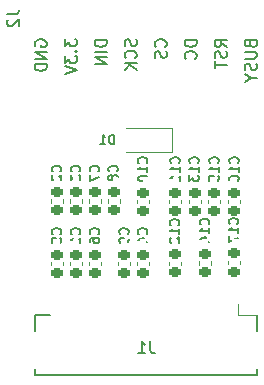
<source format=gbr>
%TF.GenerationSoftware,KiCad,Pcbnew,(6.0.6)*%
%TF.CreationDate,2022-07-10T16:05:05+02:00*%
%TF.ProjectId,epd,6570642e-6b69-4636-9164-5f7063625858,rev?*%
%TF.SameCoordinates,Original*%
%TF.FileFunction,Legend,Bot*%
%TF.FilePolarity,Positive*%
%FSLAX46Y46*%
G04 Gerber Fmt 4.6, Leading zero omitted, Abs format (unit mm)*
G04 Created by KiCad (PCBNEW (6.0.6)) date 2022-07-10 16:05:05*
%MOMM*%
%LPD*%
G01*
G04 APERTURE LIST*
G04 Aperture macros list*
%AMRoundRect*
0 Rectangle with rounded corners*
0 $1 Rounding radius*
0 $2 $3 $4 $5 $6 $7 $8 $9 X,Y pos of 4 corners*
0 Add a 4 corners polygon primitive as box body*
4,1,4,$2,$3,$4,$5,$6,$7,$8,$9,$2,$3,0*
0 Add four circle primitives for the rounded corners*
1,1,$1+$1,$2,$3*
1,1,$1+$1,$4,$5*
1,1,$1+$1,$6,$7*
1,1,$1+$1,$8,$9*
0 Add four rect primitives between the rounded corners*
20,1,$1+$1,$2,$3,$4,$5,0*
20,1,$1+$1,$4,$5,$6,$7,0*
20,1,$1+$1,$6,$7,$8,$9,0*
20,1,$1+$1,$8,$9,$2,$3,0*%
G04 Aperture macros list end*
%ADD10C,0.150000*%
%ADD11C,0.120000*%
%ADD12C,0.127000*%
%ADD13RoundRect,0.225000X-0.250000X0.225000X-0.250000X-0.225000X0.250000X-0.225000X0.250000X0.225000X0*%
%ADD14R,0.900000X1.200000*%
%ADD15RoundRect,0.225000X0.250000X-0.225000X0.250000X0.225000X-0.250000X0.225000X-0.250000X-0.225000X0*%
%ADD16R,0.300000X1.300000*%
%ADD17R,1.800000X2.200000*%
%ADD18O,1.400000X1.700000*%
%ADD19C,0.600000*%
G04 APERTURE END LIST*
D10*
X166568571Y-72468928D02*
X166616190Y-72611785D01*
X166663809Y-72659404D01*
X166759047Y-72707023D01*
X166901904Y-72707023D01*
X166997142Y-72659404D01*
X167044761Y-72611785D01*
X167092380Y-72516547D01*
X167092380Y-72135595D01*
X166092380Y-72135595D01*
X166092380Y-72468928D01*
X166140000Y-72564166D01*
X166187619Y-72611785D01*
X166282857Y-72659404D01*
X166378095Y-72659404D01*
X166473333Y-72611785D01*
X166520952Y-72564166D01*
X166568571Y-72468928D01*
X166568571Y-72135595D01*
X166092380Y-73135595D02*
X166901904Y-73135595D01*
X166997142Y-73183214D01*
X167044761Y-73230833D01*
X167092380Y-73326071D01*
X167092380Y-73516547D01*
X167044761Y-73611785D01*
X166997142Y-73659404D01*
X166901904Y-73707023D01*
X166092380Y-73707023D01*
X167044761Y-74135595D02*
X167092380Y-74278452D01*
X167092380Y-74516547D01*
X167044761Y-74611785D01*
X166997142Y-74659404D01*
X166901904Y-74707023D01*
X166806666Y-74707023D01*
X166711428Y-74659404D01*
X166663809Y-74611785D01*
X166616190Y-74516547D01*
X166568571Y-74326071D01*
X166520952Y-74230833D01*
X166473333Y-74183214D01*
X166378095Y-74135595D01*
X166282857Y-74135595D01*
X166187619Y-74183214D01*
X166140000Y-74230833D01*
X166092380Y-74326071D01*
X166092380Y-74564166D01*
X166140000Y-74707023D01*
X166616190Y-75326071D02*
X167092380Y-75326071D01*
X166092380Y-74992738D02*
X166616190Y-75326071D01*
X166092380Y-75659404D01*
X164552380Y-72707023D02*
X164076190Y-72373690D01*
X164552380Y-72135595D02*
X163552380Y-72135595D01*
X163552380Y-72516547D01*
X163600000Y-72611785D01*
X163647619Y-72659404D01*
X163742857Y-72707023D01*
X163885714Y-72707023D01*
X163980952Y-72659404D01*
X164028571Y-72611785D01*
X164076190Y-72516547D01*
X164076190Y-72135595D01*
X164504761Y-73087976D02*
X164552380Y-73230833D01*
X164552380Y-73468928D01*
X164504761Y-73564166D01*
X164457142Y-73611785D01*
X164361904Y-73659404D01*
X164266666Y-73659404D01*
X164171428Y-73611785D01*
X164123809Y-73564166D01*
X164076190Y-73468928D01*
X164028571Y-73278452D01*
X163980952Y-73183214D01*
X163933333Y-73135595D01*
X163838095Y-73087976D01*
X163742857Y-73087976D01*
X163647619Y-73135595D01*
X163600000Y-73183214D01*
X163552380Y-73278452D01*
X163552380Y-73516547D01*
X163600000Y-73659404D01*
X163552380Y-73945119D02*
X163552380Y-74516547D01*
X164552380Y-74230833D02*
X163552380Y-74230833D01*
X162012380Y-72135595D02*
X161012380Y-72135595D01*
X161012380Y-72373690D01*
X161060000Y-72516547D01*
X161155238Y-72611785D01*
X161250476Y-72659404D01*
X161440952Y-72707023D01*
X161583809Y-72707023D01*
X161774285Y-72659404D01*
X161869523Y-72611785D01*
X161964761Y-72516547D01*
X162012380Y-72373690D01*
X162012380Y-72135595D01*
X161917142Y-73707023D02*
X161964761Y-73659404D01*
X162012380Y-73516547D01*
X162012380Y-73421309D01*
X161964761Y-73278452D01*
X161869523Y-73183214D01*
X161774285Y-73135595D01*
X161583809Y-73087976D01*
X161440952Y-73087976D01*
X161250476Y-73135595D01*
X161155238Y-73183214D01*
X161060000Y-73278452D01*
X161012380Y-73421309D01*
X161012380Y-73516547D01*
X161060000Y-73659404D01*
X161107619Y-73707023D01*
X159377142Y-72707023D02*
X159424761Y-72659404D01*
X159472380Y-72516547D01*
X159472380Y-72421309D01*
X159424761Y-72278452D01*
X159329523Y-72183214D01*
X159234285Y-72135595D01*
X159043809Y-72087976D01*
X158900952Y-72087976D01*
X158710476Y-72135595D01*
X158615238Y-72183214D01*
X158520000Y-72278452D01*
X158472380Y-72421309D01*
X158472380Y-72516547D01*
X158520000Y-72659404D01*
X158567619Y-72707023D01*
X159424761Y-73087976D02*
X159472380Y-73230833D01*
X159472380Y-73468928D01*
X159424761Y-73564166D01*
X159377142Y-73611785D01*
X159281904Y-73659404D01*
X159186666Y-73659404D01*
X159091428Y-73611785D01*
X159043809Y-73564166D01*
X158996190Y-73468928D01*
X158948571Y-73278452D01*
X158900952Y-73183214D01*
X158853333Y-73135595D01*
X158758095Y-73087976D01*
X158662857Y-73087976D01*
X158567619Y-73135595D01*
X158520000Y-73183214D01*
X158472380Y-73278452D01*
X158472380Y-73516547D01*
X158520000Y-73659404D01*
X156884761Y-72087976D02*
X156932380Y-72230833D01*
X156932380Y-72468928D01*
X156884761Y-72564166D01*
X156837142Y-72611785D01*
X156741904Y-72659404D01*
X156646666Y-72659404D01*
X156551428Y-72611785D01*
X156503809Y-72564166D01*
X156456190Y-72468928D01*
X156408571Y-72278452D01*
X156360952Y-72183214D01*
X156313333Y-72135595D01*
X156218095Y-72087976D01*
X156122857Y-72087976D01*
X156027619Y-72135595D01*
X155980000Y-72183214D01*
X155932380Y-72278452D01*
X155932380Y-72516547D01*
X155980000Y-72659404D01*
X156837142Y-73659404D02*
X156884761Y-73611785D01*
X156932380Y-73468928D01*
X156932380Y-73373690D01*
X156884761Y-73230833D01*
X156789523Y-73135595D01*
X156694285Y-73087976D01*
X156503809Y-73040357D01*
X156360952Y-73040357D01*
X156170476Y-73087976D01*
X156075238Y-73135595D01*
X155980000Y-73230833D01*
X155932380Y-73373690D01*
X155932380Y-73468928D01*
X155980000Y-73611785D01*
X156027619Y-73659404D01*
X156932380Y-74087976D02*
X155932380Y-74087976D01*
X156932380Y-74659404D02*
X156360952Y-74230833D01*
X155932380Y-74659404D02*
X156503809Y-74087976D01*
X154392380Y-72135595D02*
X153392380Y-72135595D01*
X153392380Y-72373690D01*
X153440000Y-72516547D01*
X153535238Y-72611785D01*
X153630476Y-72659404D01*
X153820952Y-72707023D01*
X153963809Y-72707023D01*
X154154285Y-72659404D01*
X154249523Y-72611785D01*
X154344761Y-72516547D01*
X154392380Y-72373690D01*
X154392380Y-72135595D01*
X154392380Y-73135595D02*
X153392380Y-73135595D01*
X154392380Y-73611785D02*
X153392380Y-73611785D01*
X154392380Y-74183214D01*
X153392380Y-74183214D01*
X150852380Y-72040357D02*
X150852380Y-72659404D01*
X151233333Y-72326071D01*
X151233333Y-72468928D01*
X151280952Y-72564166D01*
X151328571Y-72611785D01*
X151423809Y-72659404D01*
X151661904Y-72659404D01*
X151757142Y-72611785D01*
X151804761Y-72564166D01*
X151852380Y-72468928D01*
X151852380Y-72183214D01*
X151804761Y-72087976D01*
X151757142Y-72040357D01*
X151757142Y-73087976D02*
X151804761Y-73135595D01*
X151852380Y-73087976D01*
X151804761Y-73040357D01*
X151757142Y-73087976D01*
X151852380Y-73087976D01*
X150852380Y-73468928D02*
X150852380Y-74087976D01*
X151233333Y-73754642D01*
X151233333Y-73897500D01*
X151280952Y-73992738D01*
X151328571Y-74040357D01*
X151423809Y-74087976D01*
X151661904Y-74087976D01*
X151757142Y-74040357D01*
X151804761Y-73992738D01*
X151852380Y-73897500D01*
X151852380Y-73611785D01*
X151804761Y-73516547D01*
X151757142Y-73468928D01*
X150852380Y-74373690D02*
X151852380Y-74707023D01*
X150852380Y-75040357D01*
X148360000Y-72659404D02*
X148312380Y-72564166D01*
X148312380Y-72421309D01*
X148360000Y-72278452D01*
X148455238Y-72183214D01*
X148550476Y-72135595D01*
X148740952Y-72087976D01*
X148883809Y-72087976D01*
X149074285Y-72135595D01*
X149169523Y-72183214D01*
X149264761Y-72278452D01*
X149312380Y-72421309D01*
X149312380Y-72516547D01*
X149264761Y-72659404D01*
X149217142Y-72707023D01*
X148883809Y-72707023D01*
X148883809Y-72516547D01*
X149312380Y-73135595D02*
X148312380Y-73135595D01*
X149312380Y-73707023D01*
X148312380Y-73707023D01*
X149312380Y-74183214D02*
X148312380Y-74183214D01*
X148312380Y-74421309D01*
X148360000Y-74564166D01*
X148455238Y-74659404D01*
X148550476Y-74707023D01*
X148740952Y-74754642D01*
X148883809Y-74754642D01*
X149074285Y-74707023D01*
X149169523Y-74659404D01*
X149264761Y-74564166D01*
X149312380Y-74421309D01*
X149312380Y-74183214D01*
%TO.C,C14*%
X163028034Y-87751081D02*
X163066129Y-87712986D01*
X163104224Y-87598700D01*
X163104224Y-87522510D01*
X163066129Y-87408224D01*
X162989939Y-87332033D01*
X162913748Y-87293938D01*
X162761367Y-87255843D01*
X162647081Y-87255843D01*
X162494700Y-87293938D01*
X162418510Y-87332033D01*
X162342320Y-87408224D01*
X162304224Y-87522510D01*
X162304224Y-87598700D01*
X162342320Y-87712986D01*
X162380415Y-87751081D01*
X163104224Y-88512986D02*
X163104224Y-88055843D01*
X163104224Y-88284414D02*
X162304224Y-88284414D01*
X162418510Y-88208224D01*
X162494700Y-88132033D01*
X162532796Y-88055843D01*
X162570891Y-89198700D02*
X163104224Y-89198700D01*
X162266129Y-89008224D02*
X162837558Y-88817748D01*
X162837558Y-89312986D01*
%TO.C,C10*%
X157778034Y-82551081D02*
X157816129Y-82512986D01*
X157854224Y-82398700D01*
X157854224Y-82322510D01*
X157816129Y-82208224D01*
X157739939Y-82132033D01*
X157663748Y-82093938D01*
X157511367Y-82055843D01*
X157397081Y-82055843D01*
X157244700Y-82093938D01*
X157168510Y-82132033D01*
X157092320Y-82208224D01*
X157054224Y-82322510D01*
X157054224Y-82398700D01*
X157092320Y-82512986D01*
X157130415Y-82551081D01*
X157854224Y-83312986D02*
X157854224Y-82855843D01*
X157854224Y-83084414D02*
X157054224Y-83084414D01*
X157168510Y-83008224D01*
X157244700Y-82932033D01*
X157282796Y-82855843D01*
X157054224Y-83808224D02*
X157054224Y-83884414D01*
X157092320Y-83960605D01*
X157130415Y-83998700D01*
X157206605Y-84036795D01*
X157358986Y-84074891D01*
X157549462Y-84074891D01*
X157701843Y-84036795D01*
X157778034Y-83998700D01*
X157816129Y-83960605D01*
X157854224Y-83884414D01*
X157854224Y-83808224D01*
X157816129Y-83732033D01*
X157778034Y-83693938D01*
X157701843Y-83655843D01*
X157549462Y-83617748D01*
X157358986Y-83617748D01*
X157206605Y-83655843D01*
X157130415Y-83693938D01*
X157092320Y-83732033D01*
X157054224Y-83808224D01*
%TO.C,D1*%
X155054343Y-80936676D02*
X155054343Y-80136676D01*
X154863867Y-80136676D01*
X154749581Y-80174772D01*
X154673391Y-80250962D01*
X154635296Y-80327152D01*
X154597200Y-80479533D01*
X154597200Y-80593819D01*
X154635296Y-80746200D01*
X154673391Y-80822391D01*
X154749581Y-80898581D01*
X154863867Y-80936676D01*
X155054343Y-80936676D01*
X153835296Y-80936676D02*
X154292439Y-80936676D01*
X154063867Y-80936676D02*
X154063867Y-80136676D01*
X154140058Y-80250962D01*
X154216248Y-80327152D01*
X154292439Y-80365248D01*
%TO.C,C8*%
X155278034Y-83262986D02*
X155316129Y-83224891D01*
X155354224Y-83110605D01*
X155354224Y-83034414D01*
X155316129Y-82920129D01*
X155239939Y-82843938D01*
X155163748Y-82805843D01*
X155011367Y-82767748D01*
X154897081Y-82767748D01*
X154744700Y-82805843D01*
X154668510Y-82843938D01*
X154592320Y-82920129D01*
X154554224Y-83034414D01*
X154554224Y-83110605D01*
X154592320Y-83224891D01*
X154630415Y-83262986D01*
X154897081Y-83720129D02*
X154858986Y-83643938D01*
X154820891Y-83605843D01*
X154744700Y-83567748D01*
X154706605Y-83567748D01*
X154630415Y-83605843D01*
X154592320Y-83643938D01*
X154554224Y-83720129D01*
X154554224Y-83872510D01*
X154592320Y-83948700D01*
X154630415Y-83986795D01*
X154706605Y-84024891D01*
X154744700Y-84024891D01*
X154820891Y-83986795D01*
X154858986Y-83948700D01*
X154897081Y-83872510D01*
X154897081Y-83720129D01*
X154935177Y-83643938D01*
X154973272Y-83605843D01*
X155049462Y-83567748D01*
X155201843Y-83567748D01*
X155278034Y-83605843D01*
X155316129Y-83643938D01*
X155354224Y-83720129D01*
X155354224Y-83872510D01*
X155316129Y-83948700D01*
X155278034Y-83986795D01*
X155201843Y-84024891D01*
X155049462Y-84024891D01*
X154973272Y-83986795D01*
X154935177Y-83948700D01*
X154897081Y-83872510D01*
%TO.C,C13*%
X162128034Y-82551081D02*
X162166129Y-82512986D01*
X162204224Y-82398700D01*
X162204224Y-82322510D01*
X162166129Y-82208224D01*
X162089939Y-82132033D01*
X162013748Y-82093938D01*
X161861367Y-82055843D01*
X161747081Y-82055843D01*
X161594700Y-82093938D01*
X161518510Y-82132033D01*
X161442320Y-82208224D01*
X161404224Y-82322510D01*
X161404224Y-82398700D01*
X161442320Y-82512986D01*
X161480415Y-82551081D01*
X162204224Y-83312986D02*
X162204224Y-82855843D01*
X162204224Y-83084414D02*
X161404224Y-83084414D01*
X161518510Y-83008224D01*
X161594700Y-82932033D01*
X161632796Y-82855843D01*
X161404224Y-83579652D02*
X161404224Y-84074891D01*
X161708986Y-83808224D01*
X161708986Y-83922510D01*
X161747081Y-83998700D01*
X161785177Y-84036795D01*
X161861367Y-84074891D01*
X162051843Y-84074891D01*
X162128034Y-84036795D01*
X162166129Y-83998700D01*
X162204224Y-83922510D01*
X162204224Y-83693938D01*
X162166129Y-83617748D01*
X162128034Y-83579652D01*
%TO.C,C1*%
X152078034Y-88562986D02*
X152116129Y-88524891D01*
X152154224Y-88410605D01*
X152154224Y-88334414D01*
X152116129Y-88220129D01*
X152039939Y-88143938D01*
X151963748Y-88105843D01*
X151811367Y-88067748D01*
X151697081Y-88067748D01*
X151544700Y-88105843D01*
X151468510Y-88143938D01*
X151392320Y-88220129D01*
X151354224Y-88334414D01*
X151354224Y-88410605D01*
X151392320Y-88524891D01*
X151430415Y-88562986D01*
X152154224Y-89324891D02*
X152154224Y-88867748D01*
X152154224Y-89096319D02*
X151354224Y-89096319D01*
X151468510Y-89020129D01*
X151544700Y-88943938D01*
X151582796Y-88867748D01*
%TO.C,C9*%
X156178034Y-88562986D02*
X156216129Y-88524891D01*
X156254224Y-88410605D01*
X156254224Y-88334414D01*
X156216129Y-88220129D01*
X156139939Y-88143938D01*
X156063748Y-88105843D01*
X155911367Y-88067748D01*
X155797081Y-88067748D01*
X155644700Y-88105843D01*
X155568510Y-88143938D01*
X155492320Y-88220129D01*
X155454224Y-88334414D01*
X155454224Y-88410605D01*
X155492320Y-88524891D01*
X155530415Y-88562986D01*
X156254224Y-88943938D02*
X156254224Y-89096319D01*
X156216129Y-89172510D01*
X156178034Y-89210605D01*
X156063748Y-89286795D01*
X155911367Y-89324891D01*
X155606605Y-89324891D01*
X155530415Y-89286795D01*
X155492320Y-89248700D01*
X155454224Y-89172510D01*
X155454224Y-89020129D01*
X155492320Y-88943938D01*
X155530415Y-88905843D01*
X155606605Y-88867748D01*
X155797081Y-88867748D01*
X155873272Y-88905843D01*
X155911367Y-88943938D01*
X155949462Y-89020129D01*
X155949462Y-89172510D01*
X155911367Y-89248700D01*
X155873272Y-89286795D01*
X155797081Y-89324891D01*
%TO.C,C5*%
X150478034Y-88562986D02*
X150516129Y-88524891D01*
X150554224Y-88410605D01*
X150554224Y-88334414D01*
X150516129Y-88220129D01*
X150439939Y-88143938D01*
X150363748Y-88105843D01*
X150211367Y-88067748D01*
X150097081Y-88067748D01*
X149944700Y-88105843D01*
X149868510Y-88143938D01*
X149792320Y-88220129D01*
X149754224Y-88334414D01*
X149754224Y-88410605D01*
X149792320Y-88524891D01*
X149830415Y-88562986D01*
X149754224Y-89286795D02*
X149754224Y-88905843D01*
X150135177Y-88867748D01*
X150097081Y-88905843D01*
X150058986Y-88982033D01*
X150058986Y-89172510D01*
X150097081Y-89248700D01*
X150135177Y-89286795D01*
X150211367Y-89324891D01*
X150401843Y-89324891D01*
X150478034Y-89286795D01*
X150516129Y-89248700D01*
X150554224Y-89172510D01*
X150554224Y-88982033D01*
X150516129Y-88905843D01*
X150478034Y-88867748D01*
%TO.C,C12*%
X160478034Y-87801081D02*
X160516129Y-87762986D01*
X160554224Y-87648700D01*
X160554224Y-87572510D01*
X160516129Y-87458224D01*
X160439939Y-87382033D01*
X160363748Y-87343938D01*
X160211367Y-87305843D01*
X160097081Y-87305843D01*
X159944700Y-87343938D01*
X159868510Y-87382033D01*
X159792320Y-87458224D01*
X159754224Y-87572510D01*
X159754224Y-87648700D01*
X159792320Y-87762986D01*
X159830415Y-87801081D01*
X160554224Y-88562986D02*
X160554224Y-88105843D01*
X160554224Y-88334414D02*
X159754224Y-88334414D01*
X159868510Y-88258224D01*
X159944700Y-88182033D01*
X159982796Y-88105843D01*
X159830415Y-88867748D02*
X159792320Y-88905843D01*
X159754224Y-88982033D01*
X159754224Y-89172510D01*
X159792320Y-89248700D01*
X159830415Y-89286795D01*
X159906605Y-89324891D01*
X159982796Y-89324891D01*
X160097081Y-89286795D01*
X160554224Y-88829652D01*
X160554224Y-89324891D01*
%TO.C,C7*%
X153678034Y-83262986D02*
X153716129Y-83224891D01*
X153754224Y-83110605D01*
X153754224Y-83034414D01*
X153716129Y-82920129D01*
X153639939Y-82843938D01*
X153563748Y-82805843D01*
X153411367Y-82767748D01*
X153297081Y-82767748D01*
X153144700Y-82805843D01*
X153068510Y-82843938D01*
X152992320Y-82920129D01*
X152954224Y-83034414D01*
X152954224Y-83110605D01*
X152992320Y-83224891D01*
X153030415Y-83262986D01*
X152954224Y-83529652D02*
X152954224Y-84062986D01*
X153754224Y-83720129D01*
%TO.C,C11*%
X160528034Y-82551081D02*
X160566129Y-82512986D01*
X160604224Y-82398700D01*
X160604224Y-82322510D01*
X160566129Y-82208224D01*
X160489939Y-82132033D01*
X160413748Y-82093938D01*
X160261367Y-82055843D01*
X160147081Y-82055843D01*
X159994700Y-82093938D01*
X159918510Y-82132033D01*
X159842320Y-82208224D01*
X159804224Y-82322510D01*
X159804224Y-82398700D01*
X159842320Y-82512986D01*
X159880415Y-82551081D01*
X160604224Y-83312986D02*
X160604224Y-82855843D01*
X160604224Y-83084414D02*
X159804224Y-83084414D01*
X159918510Y-83008224D01*
X159994700Y-82932033D01*
X160032796Y-82855843D01*
X160604224Y-84074891D02*
X160604224Y-83617748D01*
X160604224Y-83846319D02*
X159804224Y-83846319D01*
X159918510Y-83770129D01*
X159994700Y-83693938D01*
X160032796Y-83617748D01*
%TO.C,C2*%
X150478034Y-83262986D02*
X150516129Y-83224891D01*
X150554224Y-83110605D01*
X150554224Y-83034414D01*
X150516129Y-82920129D01*
X150439939Y-82843938D01*
X150363748Y-82805843D01*
X150211367Y-82767748D01*
X150097081Y-82767748D01*
X149944700Y-82805843D01*
X149868510Y-82843938D01*
X149792320Y-82920129D01*
X149754224Y-83034414D01*
X149754224Y-83110605D01*
X149792320Y-83224891D01*
X149830415Y-83262986D01*
X149830415Y-83567748D02*
X149792320Y-83605843D01*
X149754224Y-83682033D01*
X149754224Y-83872510D01*
X149792320Y-83948700D01*
X149830415Y-83986795D01*
X149906605Y-84024891D01*
X149982796Y-84024891D01*
X150097081Y-83986795D01*
X150554224Y-83529652D01*
X150554224Y-84024891D01*
%TO.C,C3*%
X152078034Y-83262986D02*
X152116129Y-83224891D01*
X152154224Y-83110605D01*
X152154224Y-83034414D01*
X152116129Y-82920129D01*
X152039939Y-82843938D01*
X151963748Y-82805843D01*
X151811367Y-82767748D01*
X151697081Y-82767748D01*
X151544700Y-82805843D01*
X151468510Y-82843938D01*
X151392320Y-82920129D01*
X151354224Y-83034414D01*
X151354224Y-83110605D01*
X151392320Y-83224891D01*
X151430415Y-83262986D01*
X151354224Y-83529652D02*
X151354224Y-84024891D01*
X151658986Y-83758224D01*
X151658986Y-83872510D01*
X151697081Y-83948700D01*
X151735177Y-83986795D01*
X151811367Y-84024891D01*
X152001843Y-84024891D01*
X152078034Y-83986795D01*
X152116129Y-83948700D01*
X152154224Y-83872510D01*
X152154224Y-83643938D01*
X152116129Y-83567748D01*
X152078034Y-83529652D01*
%TO.C,C6*%
X153678034Y-88562986D02*
X153716129Y-88524891D01*
X153754224Y-88410605D01*
X153754224Y-88334414D01*
X153716129Y-88220129D01*
X153639939Y-88143938D01*
X153563748Y-88105843D01*
X153411367Y-88067748D01*
X153297081Y-88067748D01*
X153144700Y-88105843D01*
X153068510Y-88143938D01*
X152992320Y-88220129D01*
X152954224Y-88334414D01*
X152954224Y-88410605D01*
X152992320Y-88524891D01*
X153030415Y-88562986D01*
X152954224Y-89248700D02*
X152954224Y-89096319D01*
X152992320Y-89020129D01*
X153030415Y-88982033D01*
X153144700Y-88905843D01*
X153297081Y-88867748D01*
X153601843Y-88867748D01*
X153678034Y-88905843D01*
X153716129Y-88943938D01*
X153754224Y-89020129D01*
X153754224Y-89172510D01*
X153716129Y-89248700D01*
X153678034Y-89286795D01*
X153601843Y-89324891D01*
X153411367Y-89324891D01*
X153335177Y-89286795D01*
X153297081Y-89248700D01*
X153258986Y-89172510D01*
X153258986Y-89020129D01*
X153297081Y-88943938D01*
X153335177Y-88905843D01*
X153411367Y-88867748D01*
%TO.C,C4*%
X157778034Y-88562986D02*
X157816129Y-88524891D01*
X157854224Y-88410605D01*
X157854224Y-88334414D01*
X157816129Y-88220129D01*
X157739939Y-88143938D01*
X157663748Y-88105843D01*
X157511367Y-88067748D01*
X157397081Y-88067748D01*
X157244700Y-88105843D01*
X157168510Y-88143938D01*
X157092320Y-88220129D01*
X157054224Y-88334414D01*
X157054224Y-88410605D01*
X157092320Y-88524891D01*
X157130415Y-88562986D01*
X157320891Y-89248700D02*
X157854224Y-89248700D01*
X157016129Y-89058224D02*
X157587558Y-88867748D01*
X157587558Y-89362986D01*
%TO.C,J1*%
X158083333Y-97652380D02*
X158083333Y-98366666D01*
X158130952Y-98509523D01*
X158226190Y-98604761D01*
X158369047Y-98652380D01*
X158464285Y-98652380D01*
X157083333Y-98652380D02*
X157654761Y-98652380D01*
X157369047Y-98652380D02*
X157369047Y-97652380D01*
X157464285Y-97795238D01*
X157559523Y-97890476D01*
X157654761Y-97938095D01*
%TO.C,C16*%
X165528034Y-82551081D02*
X165566129Y-82512986D01*
X165604224Y-82398700D01*
X165604224Y-82322510D01*
X165566129Y-82208224D01*
X165489939Y-82132033D01*
X165413748Y-82093938D01*
X165261367Y-82055843D01*
X165147081Y-82055843D01*
X164994700Y-82093938D01*
X164918510Y-82132033D01*
X164842320Y-82208224D01*
X164804224Y-82322510D01*
X164804224Y-82398700D01*
X164842320Y-82512986D01*
X164880415Y-82551081D01*
X165604224Y-83312986D02*
X165604224Y-82855843D01*
X165604224Y-83084414D02*
X164804224Y-83084414D01*
X164918510Y-83008224D01*
X164994700Y-82932033D01*
X165032796Y-82855843D01*
X164804224Y-83998700D02*
X164804224Y-83846319D01*
X164842320Y-83770129D01*
X164880415Y-83732033D01*
X164994700Y-83655843D01*
X165147081Y-83617748D01*
X165451843Y-83617748D01*
X165528034Y-83655843D01*
X165566129Y-83693938D01*
X165604224Y-83770129D01*
X165604224Y-83922510D01*
X165566129Y-83998700D01*
X165528034Y-84036795D01*
X165451843Y-84074891D01*
X165261367Y-84074891D01*
X165185177Y-84036795D01*
X165147081Y-83998700D01*
X165108986Y-83922510D01*
X165108986Y-83770129D01*
X165147081Y-83693938D01*
X165185177Y-83655843D01*
X165261367Y-83617748D01*
%TO.C,C17*%
X165478034Y-87701081D02*
X165516129Y-87662986D01*
X165554224Y-87548700D01*
X165554224Y-87472510D01*
X165516129Y-87358224D01*
X165439939Y-87282033D01*
X165363748Y-87243938D01*
X165211367Y-87205843D01*
X165097081Y-87205843D01*
X164944700Y-87243938D01*
X164868510Y-87282033D01*
X164792320Y-87358224D01*
X164754224Y-87472510D01*
X164754224Y-87548700D01*
X164792320Y-87662986D01*
X164830415Y-87701081D01*
X165554224Y-88462986D02*
X165554224Y-88005843D01*
X165554224Y-88234414D02*
X164754224Y-88234414D01*
X164868510Y-88158224D01*
X164944700Y-88082033D01*
X164982796Y-88005843D01*
X164754224Y-88729652D02*
X164754224Y-89262986D01*
X165554224Y-88920129D01*
%TO.C,C15*%
X163828034Y-82551081D02*
X163866129Y-82512986D01*
X163904224Y-82398700D01*
X163904224Y-82322510D01*
X163866129Y-82208224D01*
X163789939Y-82132033D01*
X163713748Y-82093938D01*
X163561367Y-82055843D01*
X163447081Y-82055843D01*
X163294700Y-82093938D01*
X163218510Y-82132033D01*
X163142320Y-82208224D01*
X163104224Y-82322510D01*
X163104224Y-82398700D01*
X163142320Y-82512986D01*
X163180415Y-82551081D01*
X163904224Y-83312986D02*
X163904224Y-82855843D01*
X163904224Y-83084414D02*
X163104224Y-83084414D01*
X163218510Y-83008224D01*
X163294700Y-82932033D01*
X163332796Y-82855843D01*
X163104224Y-84036795D02*
X163104224Y-83655843D01*
X163485177Y-83617748D01*
X163447081Y-83655843D01*
X163408986Y-83732033D01*
X163408986Y-83922510D01*
X163447081Y-83998700D01*
X163485177Y-84036795D01*
X163561367Y-84074891D01*
X163751843Y-84074891D01*
X163828034Y-84036795D01*
X163866129Y-83998700D01*
X163904224Y-83922510D01*
X163904224Y-83732033D01*
X163866129Y-83655843D01*
X163828034Y-83617748D01*
%TO.C,J2*%
X145982380Y-69966666D02*
X146696666Y-69966666D01*
X146839523Y-69919047D01*
X146934761Y-69823809D01*
X146982380Y-69680952D01*
X146982380Y-69585714D01*
X146077619Y-70395238D02*
X146030000Y-70442857D01*
X145982380Y-70538095D01*
X145982380Y-70776190D01*
X146030000Y-70871428D01*
X146077619Y-70919047D01*
X146172857Y-70966666D01*
X146268095Y-70966666D01*
X146410952Y-70919047D01*
X146982380Y-70347619D01*
X146982380Y-70966666D01*
D11*
%TO.C,C14*%
X162202320Y-90859192D02*
X162202320Y-91140352D01*
X163222320Y-90859192D02*
X163222320Y-91140352D01*
%TO.C,C10*%
X158002320Y-85684192D02*
X158002320Y-85965352D01*
X156982320Y-85684192D02*
X156982320Y-85965352D01*
%TO.C,D1*%
X159942320Y-81574772D02*
X156042320Y-81574772D01*
X159942320Y-79574772D02*
X159942320Y-81574772D01*
X159942320Y-79574772D02*
X156042320Y-79574772D01*
%TO.C,C8*%
X154482320Y-85634192D02*
X154482320Y-85915352D01*
X155502320Y-85634192D02*
X155502320Y-85915352D01*
%TO.C,C13*%
X161352320Y-85965352D02*
X161352320Y-85684192D01*
X162372320Y-85965352D02*
X162372320Y-85684192D01*
%TO.C,C1*%
X152302320Y-91215352D02*
X152302320Y-90934192D01*
X151282320Y-91215352D02*
X151282320Y-90934192D01*
%TO.C,C9*%
X156402320Y-90934192D02*
X156402320Y-91215352D01*
X155382320Y-90934192D02*
X155382320Y-91215352D01*
%TO.C,C5*%
X150702320Y-91215352D02*
X150702320Y-90934192D01*
X149682320Y-91215352D02*
X149682320Y-90934192D01*
%TO.C,C12*%
X159702320Y-90884192D02*
X159702320Y-91165352D01*
X160722320Y-90884192D02*
X160722320Y-91165352D01*
%TO.C,C7*%
X152882320Y-85634192D02*
X152882320Y-85915352D01*
X153902320Y-85634192D02*
X153902320Y-85915352D01*
%TO.C,C11*%
X160722320Y-85965352D02*
X160722320Y-85684192D01*
X159702320Y-85965352D02*
X159702320Y-85684192D01*
%TO.C,C2*%
X149682320Y-85634508D02*
X149682320Y-85915668D01*
X150702320Y-85634508D02*
X150702320Y-85915668D01*
%TO.C,C3*%
X152302320Y-85634508D02*
X152302320Y-85915668D01*
X151282320Y-85634508D02*
X151282320Y-85915668D01*
%TO.C,C6*%
X153902320Y-90934192D02*
X153902320Y-91215352D01*
X152882320Y-90934192D02*
X152882320Y-91215352D01*
%TO.C,C4*%
X158002320Y-90934192D02*
X158002320Y-91215352D01*
X156982320Y-90934192D02*
X156982320Y-91215352D01*
D12*
%TO.C,J1*%
X148350000Y-96800000D02*
X148350000Y-95400000D01*
X148350000Y-95400000D02*
X149628000Y-95400000D01*
D11*
X165522000Y-95400000D02*
X167150000Y-95400000D01*
D12*
X167150000Y-100000000D02*
X167150000Y-100500000D01*
D11*
X165522000Y-95400000D02*
X165522000Y-94450000D01*
D12*
X167150000Y-96800000D02*
X167150000Y-95400000D01*
X148350000Y-100500000D02*
X148350000Y-100000000D01*
X167150000Y-100500000D02*
X148350000Y-100500000D01*
D11*
%TO.C,C16*%
X165722320Y-85684192D02*
X165722320Y-85965352D01*
X164702320Y-85684192D02*
X164702320Y-85965352D01*
%TO.C,C17*%
X164702320Y-90834192D02*
X164702320Y-91115352D01*
X165722320Y-90834192D02*
X165722320Y-91115352D01*
%TO.C,C15*%
X164022320Y-85684192D02*
X164022320Y-85965352D01*
X163002320Y-85684192D02*
X163002320Y-85965352D01*
%TD*%
%LPC*%
D13*
%TO.C,C14*%
X162712320Y-90224772D03*
X162712320Y-91774772D03*
%TD*%
%TO.C,C10*%
X157492320Y-85049772D03*
X157492320Y-86599772D03*
%TD*%
D14*
%TO.C,D1*%
X159342320Y-80574772D03*
X156042320Y-80574772D03*
%TD*%
D13*
%TO.C,C8*%
X154992320Y-84999772D03*
X154992320Y-86549772D03*
%TD*%
D15*
%TO.C,C13*%
X161862320Y-86599772D03*
X161862320Y-85049772D03*
%TD*%
%TO.C,C1*%
X151792320Y-91849772D03*
X151792320Y-90299772D03*
%TD*%
D13*
%TO.C,C9*%
X155892320Y-90299772D03*
X155892320Y-91849772D03*
%TD*%
D15*
%TO.C,C5*%
X150192320Y-91849772D03*
X150192320Y-90299772D03*
%TD*%
D13*
%TO.C,C12*%
X160212320Y-90249772D03*
X160212320Y-91799772D03*
%TD*%
%TO.C,C7*%
X153392320Y-84999772D03*
X153392320Y-86549772D03*
%TD*%
D15*
%TO.C,C11*%
X160212320Y-86599772D03*
X160212320Y-85049772D03*
%TD*%
D13*
%TO.C,C2*%
X150192320Y-85000088D03*
X150192320Y-86550088D03*
%TD*%
%TO.C,C3*%
X151792320Y-85000088D03*
X151792320Y-86550088D03*
%TD*%
%TO.C,C6*%
X153392320Y-90299772D03*
X153392320Y-91849772D03*
%TD*%
%TO.C,C4*%
X157492320Y-90299772D03*
X157492320Y-91849772D03*
%TD*%
D16*
%TO.C,J1*%
X165000000Y-95200000D03*
X164500000Y-95200000D03*
X164000000Y-95200000D03*
X163500000Y-95200000D03*
X163000000Y-95200000D03*
X162500000Y-95200000D03*
X162000000Y-95200000D03*
X161500000Y-95200000D03*
X161000000Y-95200000D03*
X160500000Y-95200000D03*
X160000000Y-95200000D03*
X159500000Y-95200000D03*
X159000000Y-95200000D03*
X158500000Y-95200000D03*
X158000000Y-95200000D03*
X157500000Y-95200000D03*
X157000000Y-95200000D03*
X156500000Y-95200000D03*
X156000000Y-95200000D03*
X155500000Y-95200000D03*
X155000000Y-95200000D03*
X154500000Y-95200000D03*
X154000000Y-95200000D03*
X153500000Y-95200000D03*
X153000000Y-95200000D03*
X152500000Y-95200000D03*
X152000000Y-95200000D03*
X151500000Y-95200000D03*
X151000000Y-95200000D03*
X150500000Y-95200000D03*
D17*
X149200000Y-98400000D03*
X166300000Y-98400000D03*
%TD*%
D13*
%TO.C,C16*%
X165212320Y-85049772D03*
X165212320Y-86599772D03*
%TD*%
%TO.C,C17*%
X165212320Y-90199772D03*
X165212320Y-91749772D03*
%TD*%
%TO.C,C15*%
X163512320Y-85049772D03*
X163512320Y-86599772D03*
%TD*%
D18*
%TO.C,J2*%
X148860000Y-70300000D03*
X151400000Y-70300000D03*
X153940000Y-70300000D03*
X156480000Y-70300000D03*
X159020000Y-70300000D03*
X161560000Y-70300000D03*
X164100000Y-70300000D03*
X166640000Y-70300000D03*
%TD*%
D19*
X162830000Y-77780000D03*
X162830000Y-75240000D03*
X165370000Y-77780000D03*
X150130000Y-72700000D03*
X165370000Y-72700000D03*
X162737800Y-89200000D03*
X160290000Y-80320000D03*
X162830000Y-101900000D03*
X157750000Y-75240000D03*
X152670000Y-101900000D03*
X150190200Y-89204800D03*
X160223200Y-89204800D03*
X162830000Y-80320000D03*
X152670000Y-80320000D03*
X155210000Y-75240000D03*
X165370000Y-96820000D03*
X165227000Y-83950000D03*
X165370000Y-75240000D03*
X152670000Y-77780000D03*
X160290000Y-83950000D03*
X160290000Y-101900000D03*
X157750000Y-77780000D03*
X152670000Y-72700000D03*
X155879800Y-89204800D03*
X155210000Y-77780000D03*
X157750000Y-83950000D03*
X162830000Y-72700000D03*
X163525200Y-83947000D03*
X155210000Y-72700000D03*
X150190200Y-83950000D03*
X157750000Y-101900000D03*
X155210000Y-83950000D03*
X165370000Y-80320000D03*
X150130000Y-75240000D03*
X157505400Y-89204800D03*
X150130000Y-80320000D03*
X155210000Y-101900000D03*
X150130000Y-96820000D03*
X162830000Y-96820000D03*
X165303200Y-89200000D03*
X160290000Y-75240000D03*
X151790400Y-89204800D03*
X157750000Y-96820000D03*
X152670000Y-75240000D03*
X150130000Y-101900000D03*
X160290000Y-96820000D03*
X151790400Y-83947000D03*
X165370000Y-101900000D03*
X157750000Y-72700000D03*
X150130000Y-77780000D03*
X160290000Y-72700000D03*
X160290000Y-77780000D03*
X157750000Y-80320000D03*
X152000000Y-98825000D03*
X152800000Y-98825000D03*
X153600000Y-98825000D03*
X154400000Y-98825000D03*
X155200000Y-98825000D03*
X156000000Y-98825000D03*
M02*

</source>
